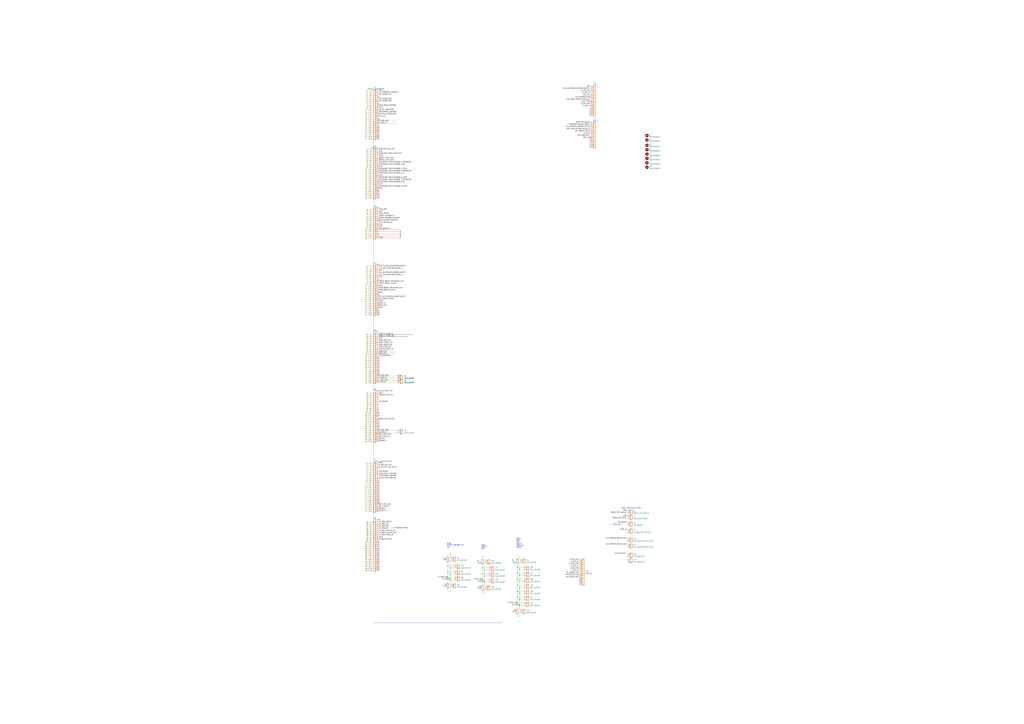
<source format=kicad_sch>
(kicad_sch (version 20230121) (generator eeschema)
  (paper "A0")
  (lib_symbols
    (symbol "Connector_Generic:Conn_01x02" (pin_names (offset 1.016) hide)
      (property "Reference" "J" (at 0 2.54 0))
      (property "Value" "Conn_01x02" (at 0 -5.08 0))
      (symbol "Conn_01x02_1_1"
        (rectangle (start -1.27 -2.413) (end 0 -2.667) (stroke (width 0.1524)))
        (rectangle (start -1.27 0.127) (end 0 -0.127) (stroke (width 0.1524)))
        (rectangle (start -1.27 1.27) (end 1.27 -3.81) (stroke (width 0.254)) (fill (type background)))
        (pin passive line (at -5.08 0 0) (length 3.81) (name "Pin_1") (number "1"))
        (pin passive line (at -5.08 -2.54 0) (length 3.81) (name "Pin_2") (number "2"))
      )
    )
    (symbol "Connector_Generic:Conn_01x12" (pin_names (offset 1.016) hide)
      (property "Reference" "J" (at 0 15.24 0))
      (property "Value" "Conn_01x12" (at 0 -17.78 0))
      (symbol "Conn_01x12_1_1"
        (rectangle (start -1.27 -15.113) (end 0 -15.367) (stroke (width 0.1524)))
        (rectangle (start -1.27 -12.573) (end 0 -12.827) (stroke (width 0.1524)))
        (rectangle (start -1.27 -10.033) (end 0 -10.287) (stroke (width 0.1524)))
        (rectangle (start -1.27 -7.493) (end 0 -7.747) (stroke (width 0.1524)))
        (rectangle (start -1.27 -4.953) (end 0 -5.207) (stroke (width 0.1524)))
        (rectangle (start -1.27 -2.413) (end 0 -2.667) (stroke (width 0.1524)))
        (rectangle (start -1.27 0.127) (end 0 -0.127) (stroke (width 0.1524)))
        (rectangle (start -1.27 2.667) (end 0 2.413) (stroke (width 0.1524)))
        (rectangle (start -1.27 5.207) (end 0 4.953) (stroke (width 0.1524)))
        (rectangle (start -1.27 7.747) (end 0 7.493) (stroke (width 0.1524)))
        (rectangle (start -1.27 10.287) (end 0 10.033) (stroke (width 0.1524)))
        (rectangle (start -1.27 12.827) (end 0 12.573) (stroke (width 0.1524)))
        (rectangle (start -1.27 13.97) (end 1.27 -16.51) (stroke (width 0.254)) (fill (type background)))
        (pin passive line (at -5.08 12.7 0) (length 3.81) (name "Pin_1") (number "1"))
        (pin passive line (at -5.08 -10.16 0) (length 3.81) (name "Pin_10") (number "10"))
        (pin passive line (at -5.08 -12.7 0) (length 3.81) (name "Pin_11") (number "11"))
        (pin passive line (at -5.08 -15.24 0) (length 3.81) (name "Pin_12") (number "12"))
        (pin passive line (at -5.08 10.16 0) (length 3.81) (name "Pin_2") (number "2"))
        (pin passive line (at -5.08 7.62 0) (length 3.81) (name "Pin_3") (number "3"))
        (pin passive line (at -5.08 5.08 0) (length 3.81) (name "Pin_4") (number "4"))
        (pin passive line (at -5.08 2.54 0) (length 3.81) (name "Pin_5") (number "5"))
        (pin passive line (at -5.08 0 0) (length 3.81) (name "Pin_6") (number "6"))
        (pin passive line (at -5.08 -2.54 0) (length 3.81) (name "Pin_7") (number "7"))
        (pin passive line (at -5.08 -5.08 0) (length 3.81) (name "Pin_8") (number "8"))
        (pin passive line (at -5.08 -7.62 0) (length 3.81) (name "Pin_9") (number "9"))
      )
    )
    (symbol "Connector_Generic:Conn_01x14" (pin_names (offset 1.016) hide)
      (property "Reference" "J" (at 0 17.78 0))
      (property "Value" "Conn_01x14" (at 0 -20.32 0))
      (symbol "Conn_01x14_1_1"
        (rectangle (start -1.27 -17.653) (end 0 -17.907) (stroke (width 0.1524)))
        (rectangle (start -1.27 -15.113) (end 0 -15.367) (stroke (width 0.1524)))
        (rectangle (start -1.27 -12.573) (end 0 -12.827) (stroke (width 0.1524)))
        (rectangle (start -1.27 -10.033) (end 0 -10.287) (stroke (width 0.1524)))
        (rectangle (start -1.27 -7.493) (end 0 -7.747) (stroke (width 0.1524)))
        (rectangle (start -1.27 -4.953) (end 0 -5.207) (stroke (width 0.1524)))
        (rectangle (start -1.27 -2.413) (end 0 -2.667) (stroke (width 0.1524)))
        (rectangle (start -1.27 0.127) (end 0 -0.127) (stroke (width 0.1524)))
        (rectangle (start -1.27 2.667) (end 0 2.413) (stroke (width 0.1524)))
        (rectangle (start -1.27 5.207) (end 0 4.953) (stroke (width 0.1524)))
        (rectangle (start -1.27 7.747) (end 0 7.493) (stroke (width 0.1524)))
        (rectangle (start -1.27 10.287) (end 0 10.033) (stroke (width 0.1524)))
        (rectangle (start -1.27 12.827) (end 0 12.573) (stroke (width 0.1524)))
        (rectangle (start -1.27 15.367) (end 0 15.113) (stroke (width 0.1524)))
        (rectangle (start -1.27 16.51) (end 1.27 -19.05) (stroke (width 0.254)) (fill (type background)))
        (pin passive line (at -5.08 15.24 0) (length 3.81) (name "Pin_1") (number "1"))
        (pin passive line (at -5.08 -7.62 0) (length 3.81) (name "Pin_10") (number "10"))
        (pin passive line (at -5.08 -10.16 0) (length 3.81) (name "Pin_11") (number "11"))
        (pin passive line (at -5.08 -12.7 0) (length 3.81) (name "Pin_12") (number "12"))
        (pin passive line (at -5.08 -15.24 0) (length 3.81) (name "Pin_13") (number "13"))
        (pin passive line (at -5.08 -17.78 0) (length 3.81) (name "Pin_14") (number "14"))
        (pin passive line (at -5.08 12.7 0) (length 3.81) (name "Pin_2") (number "2"))
        (pin passive line (at -5.08 10.16 0) (length 3.81) (name "Pin_3") (number "3"))
        (pin passive line (at -5.08 7.62 0) (length 3.81) (name "Pin_4") (number "4"))
        (pin passive line (at -5.08 5.08 0) (length 3.81) (name "Pin_5") (number "5"))
        (pin passive line (at -5.08 2.54 0) (length 3.81) (name "Pin_6") (number "6"))
        (pin passive line (at -5.08 0 0) (length 3.81) (name "Pin_7") (number "7"))
        (pin passive line (at -5.08 -2.54 0) (length 3.81) (name "Pin_8") (number "8"))
        (pin passive line (at -5.08 -5.08 0) (length 3.81) (name "Pin_9") (number "9"))
      )
    )
    (symbol "Connector_Generic:Conn_01x23" (pin_names (offset 1.016) hide)
      (property "Reference" "J" (at 0 30.48 0))
      (property "Value" "Conn_01x23" (at 0 -30.48 0))
      (symbol "Conn_01x23_1_1"
        (rectangle (start -1.27 -27.813) (end 0 -28.067) (stroke (width 0.1524)))
        (rectangle (start -1.27 -25.273) (end 0 -25.527) (stroke (width 0.1524)))
        (rectangle (start -1.27 -22.733) (end 0 -22.987) (stroke (width 0.1524)))
        (rectangle (start -1.27 -20.193) (end 0 -20.447) (stroke (width 0.1524)))
        (rectangle (start -1.27 -17.653) (end 0 -17.907) (stroke (width 0.1524)))
        (rectangle (start -1.27 -15.113) (end 0 -15.367) (stroke (width 0.1524)))
        (rectangle (start -1.27 -12.573) (end 0 -12.827) (stroke (width 0.1524)))
        (rectangle (start -1.27 -10.033) (end 0 -10.287) (stroke (width 0.1524)))
        (rectangle (start -1.27 -7.493) (end 0 -7.747) (stroke (width 0.1524)))
        (rectangle (start -1.27 -4.953) (end 0 -5.207) (stroke (width 0.1524)))
        (rectangle (start -1.27 -2.413) (end 0 -2.667) (stroke (width 0.1524)))
        (rectangle (start -1.27 0.127) (end 0 -0.127) (stroke (width 0.1524)))
        (rectangle (start -1.27 2.667) (end 0 2.413) (stroke (width 0.1524)))
        (rectangle (start -1.27 5.207) (end 0 4.953) (stroke (width 0.1524)))
        (rectangle (start -1.27 7.747) (end 0 7.493) (stroke (width 0.1524)))
        (rectangle (start -1.27 10.287) (end 0 10.033) (stroke (width 0.1524)))
        (rectangle (start -1.27 12.827) (end 0 12.573) (stroke (width 0.1524)))
        (rectangle (start -1.27 15.367) (end 0 15.113) (stroke (width 0.1524)))
        (rectangle (start -1.27 17.907) (end 0 17.653) (stroke (width 0.1524)))
        (rectangle (start -1.27 20.447) (end 0 20.193) (stroke (width 0.1524)))
        (rectangle (start -1.27 22.987) (end 0 22.733) (stroke (width 0.1524)))
        (rectangle (start -1.27 25.527) (end 0 25.273) (stroke (width 0.1524)))
        (rectangle (start -1.27 28.067) (end 0 27.813) (stroke (width 0.1524)))
        (rectangle (start -1.27 29.21) (end 1.27 -29.21) (stroke (width 0.254)) (fill (type background)))
        (pin passive line (at -5.08 27.94 0) (length 3.81) (name "Pin_1") (number "1"))
        (pin passive line (at -5.08 5.08 0) (length 3.81) (name "Pin_10") (number "10"))
        (pin passive line (at -5.08 2.54 0) (length 3.81) (name "Pin_11") (number "11"))
        (pin passive line (at -5.08 0 0) (length 3.81) (name "Pin_12") (number "12"))
        (pin passive line (at -5.08 -2.54 0) (length 3.81) (name "Pin_13") (number "13"))
        (pin passive line (at -5.08 -5.08 0) (length 3.81) (name "Pin_14") (number "14"))
        (pin passive line (at -5.08 -7.62 0) (length 3.81) (name "Pin_15") (number "15"))
        (pin passive line (at -5.08 -10.16 0) (length 3.81) (name "Pin_16") (number "16"))
        (pin passive line (at -5.08 -12.7 0) (length 3.81) (name "Pin_17") (number "17"))
        (pin passive line (at -5.08 -15.24 0) (length 3.81) (name "Pin_18") (number "18"))
        (pin passive line (at -5.08 -17.78 0) (length 3.81) (name "Pin_19") (number "19"))
        (pin passive line (at -5.08 25.4 0) (length 3.81) (name "Pin_2") (number "2"))
        (pin passive line (at -5.08 -20.32 0) (length 3.81) (name "Pin_20") (number "20"))
        (pin passive line (at -5.08 -22.86 0) (length 3.81) (name "Pin_21") (number "21"))
        (pin passive line (at -5.08 -25.4 0) (length 3.81) (name "Pin_22") (number "22"))
        (pin passive line (at -5.08 -27.94 0) (length 3.81) (name "Pin_23") (number "23"))
        (pin passive line (at -5.08 22.86 0) (length 3.81) (name "Pin_3") (number "3"))
        (pin passive line (at -5.08 20.32 0) (length 3.81) (name "Pin_4") (number "4"))
        (pin passive line (at -5.08 17.78 0) (length 3.81) (name "Pin_5") (number "5"))
        (pin passive line (at -5.08 15.24 0) (length 3.81) (name "Pin_6") (number "6"))
        (pin passive line (at -5.08 12.7 0) (length 3.81) (name "Pin_7") (number "7"))
        (pin passive line (at -5.08 10.16 0) (length 3.81) (name "Pin_8") (number "8"))
        (pin passive line (at -5.08 7.62 0) (length 3.81) (name "Pin_9") (number "9"))
      )
    )
    (symbol "Device:R" (pin_numbers hide) (pin_names (offset 0))
      (property "Reference" "R" (at 2.032 0 90))
      (property "Value" "R" (at 0 0 90))
      (symbol "R_0_1"
        (rectangle (start -1.016 -2.54) (end 1.016 2.54) (stroke (width 0.254)))
      )
      (symbol "R_1_1"
        (pin passive line (at 0 3.81 270) (length 1.27) (name "~") (number "1"))
        (pin passive line (at 0 -3.81 90) (length 1.27) (name "~") (number "2"))
      )
    )
    (symbol "Mechanical:MountingHole" (pin_names (offset 1.016))
      (property "Reference" "H" (at 0 5.08 0))
      (property "Value" "MountingHole" (at 0 3.175 0))
      (symbol "MountingHole_0_1"
        (circle (center 0 0) (radius 1.27) (stroke (width 1.27)))
      )
    )
  )
  (junction (at 522.605 659.765))
  (junction (at 603.25 689.61))
  (junction (at 522.605 673.735))
  (junction (at 603.25 661.67))
  (junction (at 560.07 666.75))
  (junction (at 520.065 671.195))
  (junction (at 464.82 269.24))
  (junction (at 600.71 694.055))
  (junction (at 603.25 696.595))
  (junction (at 560.07 673.735))
  (junction (at 603.25 703.58))
  (junction (at 600.71 673.1))
  (junction (at 562.61 662.305))
  (junction (at 603.25 675.64))
  (junction (at 603.25 682.625))
  (junction (at 560.07 659.765))
  (junction (at 600.71 701.04))
  (junction (at 600.71 680.085))
  (junction (at 464.82 271.78))
  (junction (at 603.25 668.655))
  (junction (at 600.71 666.115))
  (junction (at 464.82 274.32))
  (junction (at 520.065 664.21))
  (junction (at 562.61 676.275))
  (junction (at 600.71 687.07))
  (junction (at 520.065 657.225))
  (junction (at 562.61 669.29))
  (junction (at 600.71 659.13))
  (junction (at 522.605 666.75))
  (no_connect (at 440.055 120.65))
  (no_connect (at 440.055 156.21))
  (no_connect (at 440.055 581.66))
  (no_connect (at 440.055 146.05))
  (no_connect (at 440.055 629.92))
  (no_connect (at 440.055 574.04))
  (no_connect (at 440.055 419.1))
  (no_connect (at 440.055 365.76))
  (no_connect (at 440.055 424.18))
  (no_connect (at 685.165 131.445))
  (no_connect (at 440.055 637.54))
  (no_connect (at 440.055 632.46))
  (no_connect (at 440.055 642.62))
  (no_connect (at 440.055 563.88))
  (no_connect (at 440.055 342.9))
  (no_connect (at 440.055 492.76))
  (no_connect (at 440.055 497.84))
  (no_connect (at 440.055 571.5))
  (no_connect (at 440.055 360.68))
  (no_connect (at 685.165 165.735))
  (no_connect (at 440.055 138.43))
  (no_connect (at 440.055 363.22))
  (no_connect (at 440.055 325.12))
  (no_connect (at 440.055 576.58))
  (no_connect (at 440.055 161.29))
  (no_connect (at 440.055 660.4))
  (no_connect (at 440.055 490.22))
  (no_connect (at 440.055 579.12))
  (no_connect (at 440.055 482.6))
  (no_connect (at 440.055 584.2))
  (no_connect (at 440.055 635))
  (no_connect (at 685.165 168.275))
  (no_connect (at 440.055 227.33))
  (no_connect (at 440.055 151.13))
  (no_connect (at 440.055 495.3))
  (no_connect (at 440.055 113.03))
  (no_connect (at 440.055 256.54))
  (no_connect (at 440.055 421.64))
  (no_connect (at 440.055 568.96))
  (no_connect (at 685.165 170.815))
  (no_connect (at 440.055 222.25))
  (no_connect (at 440.055 558.8))
  (no_connect (at 685.165 160.655))
  (no_connect (at 440.055 434.34))
  (no_connect (at 440.055 561.34))
  (no_connect (at 440.055 158.75))
  (no_connect (at 440.055 662.94))
  (no_connect (at 685.165 133.985))
  (no_connect (at 440.055 429.26))
  (no_connect (at 440.055 652.78))
  (no_connect (at 440.055 148.59))
  (no_connect (at 440.055 224.79))
  (no_connect (at 440.055 431.8))
  (no_connect (at 685.165 128.905))
  (no_connect (at 440.055 640.08))
  (no_connect (at 440.055 426.72))
  (no_connect (at 685.165 126.365))
  (no_connect (at 440.055 645.16))
  (no_connect (at 440.055 647.7))
  (no_connect (at 685.165 163.195))
  (no_connect (at 440.055 650.24))
  (no_connect (at 440.055 657.86))
  (no_connect (at 440.055 480.06))
  (no_connect (at 440.055 416.56))
  (no_connect (at 440.055 566.42))
  (no_connect (at 440.055 229.87))
  (no_connect (at 440.055 655.32))
  (no_connect (at 440.055 153.67))
  (wire (pts (xy 560.07 646.43) (xy 560.07 648.97)))
  (wire (pts (xy 600.71 694.055) (xy 607.695 694.055)))
  (wire (pts (xy 600.71 659.13) (xy 607.695 659.13)))
  (wire (pts (xy 479.425 388.62) (xy 440.055 388.62)) (stroke (width 0.2) (color 0 0 0 1)))
  (wire (pts (xy 603.25 696.595) (xy 607.695 696.595)))
  (wire (pts (xy 522.605 666.75) (xy 522.605 673.735)))
  (wire (pts (xy 522.605 681.99) (xy 522.605 687.07)))
  (wire (pts (xy 603.25 661.67) (xy 607.695 661.67)))
  (wire (pts (xy 562.61 669.29) (xy 567.055 669.29)))
  (wire (pts (xy 560.07 673.735) (xy 567.055 673.735)))
  (wire (pts (xy 560.07 659.765) (xy 567.055 659.765)))
  (wire (pts (xy 520.065 671.195) (xy 527.05 671.195)))
  (wire (pts (xy 522.605 659.765) (xy 527.05 659.765)))
  (wire (pts (xy 562.61 676.275) (xy 567.055 676.275)))
  (wire (pts (xy 562.61 662.305) (xy 567.055 662.305)))
  (wire (pts (xy 562.61 646.43) (xy 562.61 651.51)))
  (wire (pts (xy 520.065 664.21) (xy 527.05 664.21)))
  (wire (pts (xy 603.25 682.625) (xy 607.695 682.625)))
  (wire (pts (xy 440.055 391.16) (xy 474.345 391.16)) (stroke (width 0.2) (color 0 0 0 1)))
  (wire (pts (xy 600.71 666.115) (xy 607.695 666.115)))
  (wire (pts (xy 600.71 673.1) (xy 600.71 666.115)))
  (wire (pts (xy 440.055 502.92) (xy 461.01 502.92)))
  (wire (pts (xy 607.695 680.085) (xy 600.71 680.085)))
  (wire (pts (xy 520.065 684.53) (xy 520.065 687.07)))
  (wire (pts (xy 603.25 675.64) (xy 603.25 682.625)))
  (wire (pts (xy 440.055 439.42) (xy 461.01 439.42)))
  (wire (pts (xy 520.065 643.89) (xy 520.065 646.43)))
  (wire (pts (xy 464.82 274.32) (xy 464.82 276.86)) (stroke (width 0) (color 194 0 0 1)))
  (wire (pts (xy 464.82 274.32) (xy 464.82 271.78)) (stroke (width 0) (color 194 0 0 1)))
  (wire (pts (xy 603.25 653.415) (xy 603.25 661.67)))
  (wire (pts (xy 603.25 689.61) (xy 607.695 689.61)))
  (wire (pts (xy 603.25 716.915) (xy 600.71 716.915)))
  (wire (pts (xy 520.065 687.07) (xy 522.605 687.07)))
  (wire (pts (xy 520.065 664.21) (xy 520.065 657.225)))
  (wire (pts (xy 600.71 694.055) (xy 600.71 687.07)))
  (wire (pts (xy 600.71 680.085) (xy 600.71 673.1)))
  (wire (pts (xy 522.605 650.875) (xy 522.605 659.765)))
  (wire (pts (xy 522.605 666.75) (xy 527.05 666.75)))
  (wire (pts (xy 440.055 500.38) (xy 461.01 500.38)))
  (wire (pts (xy 520.065 671.195) (xy 520.065 676.91)))
  (wire (pts (xy 440.055 271.78) (xy 464.82 271.78)) (stroke (width 0) (color 194 0 0 1)))
  (wire (pts (xy 522.605 643.89) (xy 522.605 648.335)))
  (wire (pts (xy 560.07 646.43) (xy 562.61 646.43)))
  (wire (pts (xy 520.065 657.225) (xy 527.05 657.225)))
  (wire (pts (xy 607.695 701.04) (xy 600.71 701.04)))
  (wire (pts (xy 562.61 654.05) (xy 562.61 662.305)))
  (wire (pts (xy 522.605 673.735) (xy 522.605 679.45)))
  (wire (pts (xy 603.25 703.58) (xy 607.695 703.58)))
  (wire (pts (xy 600.71 701.04) (xy 600.71 706.755)))
  (wire (pts (xy 562.61 669.29) (xy 562.61 676.275)))
  (wire (pts (xy 522.605 659.765) (xy 522.605 666.75)))
  (wire (pts (xy 600.71 655.955) (xy 600.71 659.13)))
  (wire (pts (xy 560.07 673.735) (xy 560.07 666.75)))
  (wire (pts (xy 456.565 411.48) (xy 456.565 408.94)) (stroke (width 0) (color 194 0 0 1)))
  (polyline (pts (xy 433.197 723.519) (xy 583.692 723.519)))
  (wire (pts (xy 520.065 654.05) (xy 520.065 657.225)))
  (polyline (pts (xy 433.705 140.335) (xy 433.705 636.905)))
  (wire (pts (xy 600.71 673.1) (xy 607.695 673.1)))
  (wire (pts (xy 603.25 645.795) (xy 603.25 650.875)))
  (wire (pts (xy 440.055 266.7) (xy 464.82 266.7)) (stroke (width 0) (color 194 0 0 1)))
  (wire (pts (xy 440.055 411.48) (xy 456.565 411.48)) (stroke (width 0) (color 194 0 0 1)))
  (wire (pts (xy 560.07 666.75) (xy 560.07 659.765)))
  (wire (pts (xy 600.71 687.07) (xy 607.695 687.07)))
  (wire (pts (xy 440.055 274.32) (xy 464.82 274.32)) (stroke (width 0) (color 194 0 0 1)))
  (wire (pts (xy 603.25 711.835) (xy 603.25 716.915)))
  (wire (pts (xy 600.71 645.795) (xy 603.25 645.795)))
  (wire (pts (xy 464.82 276.86) (xy 440.055 276.86)) (stroke (width 0) (color 194 0 0 1)))
  (wire (pts (xy 600.71 645.795) (xy 600.71 648.335)))
  (wire (pts (xy 520.065 643.89) (xy 522.605 643.89)))
  (wire (pts (xy 603.25 668.655) (xy 603.25 675.64)))
  (wire (pts (xy 440.055 408.94) (xy 456.565 408.94)) (stroke (width 0) (color 194 0 0 1)))
  (wire (pts (xy 562.61 662.305) (xy 562.61 669.29)))
  (wire (pts (xy 603.25 689.61) (xy 603.25 696.595)))
  (wire (pts (xy 464.82 271.78) (xy 464.82 269.24)) (stroke (width 0) (color 194 0 0 1)))
  (wire (pts (xy 440.055 444.5) (xy 461.01 444.5)))
  (wire (pts (xy 600.71 666.115) (xy 600.71 659.13)))
  (wire (pts (xy 603.25 696.595) (xy 603.25 703.58)))
  (wire (pts (xy 440.055 143.51) (xy 461.01 143.51)))
  (wire (pts (xy 440.055 441.96) (xy 461.01 441.96)))
  (wire (pts (xy 560.07 687.07) (xy 560.07 689.61)))
  (wire (pts (xy 560.07 673.735) (xy 560.07 679.45)))
  (wire (pts (xy 603.25 675.64) (xy 607.695 675.64)))
  (wire (pts (xy 603.25 668.655) (xy 607.695 668.655)))
  (wire (pts (xy 560.07 666.75) (xy 567.055 666.75)))
  (wire (pts (xy 600.71 714.375) (xy 600.71 716.915)))
  (wire (pts (xy 600.71 701.04) (xy 600.71 694.055)))
  (wire (pts (xy 600.71 687.07) (xy 600.71 680.085)))
  (wire (pts (xy 560.07 656.59) (xy 560.07 659.765)))
  (wire (pts (xy 603.25 661.67) (xy 603.25 668.655)))
  (wire (pts (xy 520.065 671.195) (xy 520.065 664.21)))
  (wire (pts (xy 603.25 682.625) (xy 603.25 689.61)))
  (wire (pts (xy 562.61 684.53) (xy 562.61 689.61)))
  (wire (pts (xy 560.07 689.61) (xy 562.61 689.61)))
  (wire (pts (xy 440.055 269.24) (xy 464.82 269.24)) (stroke (width 0) (color 194 0 0 1)))
  (wire (pts (xy 464.82 269.24) (xy 464.82 266.7)) (stroke (width 0) (color 194 0 0 1)))
  (wire (pts (xy 440.055 140.97) (xy 461.01 140.97)))
  (wire (pts (xy 603.25 703.58) (xy 603.25 709.295)))
  (wire (pts (xy 440.055 436.88) (xy 461.01 436.88)))
  (wire (pts (xy 522.605 673.735) (xy 527.05 673.735)))
  (wire (pts (xy 562.61 676.275) (xy 562.61 681.99)))
  (text "RIGHT SHOULDER PANEL" (at 721.36 591.185 0) (effects (font (size 1.27 1.27)) (justify left bottom)))
  (text "DCAN\nBMS\nECU\nSAFETY\nCOOLING\nMOTEC" (at 599.44 636.905 0) (effects (font (size 1.27 1.27)) (justify left bottom)))
  (text "<- Discharge Relay" (at 454.025 614.045 0) (effects (font (size 1.27 1.27)) (justify left bottom)))
  (text "<- TSMS Out" (at 707.39 610.235 0) (effects (font (size 1.27 1.27)) (justify left bottom)))
  (text "ICAN\nMOTEC\nGPS" (at 558.8 638.175 0) (effects (font (size 1.27 1.27)) (justify left bottom)))
  (text "PCAN\nMOTOR CONTROLLER\nECU" (at 518.795 636.27 0) (effects (font (size 1.27 1.27)) (justify left bottom)))
  (label "GND" (at 440.055 358.14 0))
  (label "REMOTE+" (at 440.055 594.36 0))
  (label "P_CAN_HI" (at 685.165 123.825 180))
  (label "GND" (at 440.055 624.84 0))
  (label "BSPD_TEST_SWITCH" (at 727.71 596.265 180))
  (label "D_CAN_HI" (at 671.83 658.495 180))
  (label "DASH_AMS_LED" (at 440.055 403.86 0))
  (label "RTS_SPEAKER-" (at 440.055 414.02 0))
  (label "GND" (at 440.055 125.73 0))
  (label "FRONT_BRAKE_SIGNAL" (at 440.055 330.2 0))
  (label "BOTS_OUT" (at 440.055 355.6 0))
  (label "I_CAN_HI" (at 671.83 663.575 180))
  (label "HV_BOX_RED" (at 440.055 612.14 0))
  (label "PRESSURE{slash}TEMP_SENSOR_1_PRESSURE" (at 440.055 189.23 0))
  (label "AIR_POWER" (at 440.055 467.36 0))
  (label "ECU_24V" (at 685.165 111.125 180))
  (label "RADIATOR_WATER_PUMP_24V" (at 440.055 179.07 0))
  (label "SLAVE_ACC_PDOC_OK" (at 440.055 556.26 0))
  (label "24V_BATTERY+" (at 440.055 266.7 0))
  (label "D_CAN_LOW" (at 685.165 106.045 180))
  (label "GND" (at 440.055 261.62 0))
  (label "GND" (at 440.055 181.61 0))
  (label "GND" (at 440.055 332.74 0))
  (label "PRESSURE{slash}TEMP_SENSOR_2_5V" (at 440.055 201.93 0))
  (label "MAIN_RELAY_CONTROL" (at 440.055 123.19 0))
  (label "MC_RS232_GND" (at 671.83 668.655 180))
  (label "D_CAN_LOW" (at 440.055 500.38 0))
  (label "TSAL_RED" (at 440.055 243.84 0))
  (label "D_CAN_HI" (at 685.165 108.585 180))
  (label "24V_BATTERY+" (at 727.71 643.89 180))
  (label "RADIATOR_FAN_24V" (at 440.055 173.99 0))
  (label "I_CAN_LOW" (at 440.055 441.96 0))
  (label "ECU_5V_POWER_SENSOR_SUPPLY" (at 440.055 317.5 0))
  (label "P_CAN_LOW" (at 440.055 140.97 0))
  (label "DASH_24V" (at 440.055 411.48 0))
  (label "I_CAN_HI" (at 440.055 444.5 0))
  (label "DASH_IMD_LED" (at 440.055 396.24 0))
  (label "ECU_5V_POWER_SENSOR_SUPPLY" (at 440.055 309.88 0))
  (label "MC_12V" (at 440.055 135.89 0))
  (label "ECU_5V_POWER_SENSOR_SUPPLY" (at 440.055 345.44 0))
  (label "DASH_E-STOP_OUT" (at 440.055 391.16 0))
  (label "I_CAN_LOW" (at 560.07 673.735 180))
  (label "BOTS_IN" (at 440.055 353.06 0))
  (label "GND" (at 440.055 276.86 0))
  (label "GLV_MASTER_SWITCH_OUT" (at 727.71 626.11 180))
  (label "BSPD_TEST_SWITCH" (at 440.055 487.68 0))
  (label "D_CAN_LOW" (at 440.055 436.88 0))
  (label "REMOTE-" (at 440.055 591.82 0))
  (label "GND" (at 727.71 593.725 180))
  (label "BRAKE_LIGHT_GND" (at 440.055 186.69 0))
  (label "MASTER_ACC_24V" (at 440.055 459.74 0))
  (label "SHOULDER_RESET" (at 727.71 602.615 180))
  (label "P_CAN_HI" (at 671.83 653.415 180))
  (label "I_CAN_HI" (at 562.61 676.275 180))
  (label "HV_BOX_HVD_INT_IN" (at 440.055 617.22 0))
  (label "MC_OK_INDICATOR" (at 440.055 128.27 0))
  (label "REMOTE-" (at 440.055 510.54 0))
  (label "PRESSURE{slash}TEMP_SENSOR_1_5V" (at 440.055 191.77 0))
  (label "PRESSURE{slash}TEMP_SENSOR_3_5V" (at 440.055 212.09 0))
  (label "PUMP_ON_SIGNAL" (at 685.165 142.875 180))
  (label "ECU_ACCELERATOR_SIGNAL_1" (at 440.055 312.42 0))
  (label "HV_BOX_PDOC_OK" (at 440.055 622.3 0))
  (label "P_CAN_LOW" (at 671.83 650.875 180))
  (label "LEFT_ESTOP_OUT" (at 440.055 259.08 0))
  (label "GND" (at 440.055 176.53 0))
  (label "ECU_FEPS" (at 685.165 118.745 180))
  (label "BATT_CAN_HI" (at 440.055 508 0))
  (label "PRESSURE{slash}TEMP_SENSOR_3_PRESSURE" (at 440.055 209.55 0))
  (label "D_CAN_HI" (at 440.055 502.92 0))
  (label "PRECHARGE_CONTROL" (at 440.055 553.72 0))
  (label "DASH_24V" (at 440.055 408.94 0))
  (label "PRESSURE{slash}TEMP_SENSOR_1_TEMP" (at 440.055 196.85 0))
  (label "GND" (at 727.71 600.075 180))
  (label "GND" (at 440.055 264.16 0))
  (label "DRIVER_RESET_IN" (at 440.055 406.4 0))
  (label "DASH_BSPD_LED" (at 440.055 401.32 0))
  (label "AIR_POWER" (at 727.71 607.695 180))
  (label "MC_FAULT_INDICATOR" (at 440.055 133.35 0))
  (label "GND" (at 440.055 214.63 0))
  (label "ECU_MOTOR_CONTROLLER_ON" (at 685.165 147.955 180))
  (label "ECU_BRAKE_INPUT" (at 685.165 153.035 180))
  (label "PRESSURE{slash}TEMP_SENSOR_2_PRESSURE" (at 440.055 199.39 0))
  (label "MC_RS232_RXD" (at 440.055 118.11 0))
  (label "GND" (at 440.055 538.48 0))
  (label "MC_RS232_TXD" (at 440.055 110.49 0))
  (label "HV_BOX_IMD_OK" (at 440.055 627.38 0))
  (label "MC_RS232_RXD" (at 671.83 671.195 180))
  (label "PRESSURE{slash}TEMP_SENSOR_2_TEMP" (at 440.055 207.01 0))
  (label "D_CAN_LOW" (at 600.71 701.04 180))
  (label "HV_BOX_24V" (at 440.055 609.6 0))
  (label "ECU_ACCELERATOR_SIGNAL_2" (at 440.055 320.04 0))
  (label "HV_BOX_HVD_INT_OUT" (at 440.055 619.76 0))
  (label "ECU_ACCELERATOR_SIGNAL_2" (at 685.165 150.495 180))
  (label "MC_PROGRAM_ENABLED" (at 440.055 107.95 0))
  (label "CRASH_SENSOR_MONITOR" (at 440.055 254 0))
  (label "GND" (at 440.055 194.31 0))
  (label "AIR_POWER" (at 440.055 614.68 0))
  (label "P_CAN_HI" (at 522.605 673.735 180))
  (label "REAR_BRAKE_SIGNAL" (at 440.055 337.82 0))
  (label "GND" (at 440.055 457.2 0))
  (label "TSAL_GREEN" (at 440.055 248.92 0))
  (label "RIGHT_ESTOP_MONITOR" (at 440.055 256.54 0))
  (label "ECU_OK" (at 685.165 155.575 180))
  (label "P_CAN_HI" (at 440.055 143.51 0))
  (label "GND" (at 440.055 350.52 0))
  (label "D_CAN_LOW" (at 671.83 655.955 180))
  (label "GND" (at 440.055 314.96 0))
  (label "D_CAN_HI" (at 440.055 439.42 0))
  (label "BRAKE_LIGHT_12V" (at 440.055 184.15 0))
  (label "RTS_SPEAKER-" (at 685.165 158.115 180))
  (label "ECU_SENSOR_GND" (at 685.165 113.665 180))
  (label "GND" (at 440.055 340.36 0))
  (label "ECU_BRAKE_INPUT" (at 440.055 347.98 0))
  (label "MC_RS232_GND" (at 440.055 115.57 0))
  (label "HV_BOX_GREEN" (at 440.055 607.06 0))
  (label "AIR_POWER" (at 440.055 548.64 0))
  (label "GND" (at 440.055 393.7 0))
  (label "P_CAN_LOW" (at 520.065 671.195 180))
  (label "GND" (at 440.055 204.47 0))
  (label "P_CAN_LOW" (at 685.165 121.285 180))
  (label "GND" (at 440.055 322.58 0))
  (label "GND" (at 440.055 219.71 0))
  (label "GND" (at 440.055 246.38 0))
  (label "RTD_LED" (at 685.165 160.655 180))
  (label "ECU_ACCELERATOR_SIGNAL_1" (at 685.165 116.205 180))
  (label "BATT_CAN_HI" (at 440.055 589.28 0))
  (label "MC_RS232_TXD" (at 671.83 666.115 180))
  (label "PRECHARGE_CONTROL" (at 440.055 130.81 0))
  (label "SLAVE_ACC_24V" (at 440.055 541.02 0))
  (label "REMOTE+" (at 440.055 513.08 0))
  (label "PRESSURE{slash}TEMP_SENSOR_3_TEMP" (at 440.055 217.17 0))
  (label "MAIN_RELAY_CONTROL" (at 440.055 551.18 0))
  (label "GLV_MASTER_SWITCH_OUT" (at 727.71 633.095 180))
  (label "GND" (at 440.055 105.41 0))
  (label "D_CAN_HI" (at 603.25 703.58 180))
  (label "DASH_E-STOP_IN" (at 440.055 388.62 0))
  (label "RADIATOR_FAN_ON_SIGNAL" (at 685.165 145.415 180))
  (label "FRONT_BRAKE_PRESSURE_12V" (at 440.055 327.66 0))
  (label "SLAVE_ACC_HV_INT_IN" (at 440.055 543.56 0))
  (label "CRASH_SENSOR_IN" (at 440.055 251.46 0))
  (label "GND" (at 685.165 100.965 180))
  (label "DASH_PDOC_LED" (at 440.055 398.78 0))
  (label "REAR_BRAKE_PRESSURE_12V" (at 440.055 335.28 0))
  (label "BATT_CAN_LOW" (at 440.055 586.74 0))
  (label "BATT_CAN_LOW" (at 440.055 505.46 0))
  (label "I_CAN_LOW" (at 671.83 661.035 180))
  (label "TSMS_IN" (at 727.71 615.95 180))
  (label "ECU_5V_POWER_SENSOR_SUPPLY" (at 685.165 103.505 180))
  (hierarchical_label "A5-6" (shape input) (at 431.8 401.32 180))
  (hierarchical_label "A5-23" (shape input) (at 431.8 444.5 180))
  (hierarchical_label "A1-21" (shape input) (at 431.8 156.21 180))
  (hierarchical_label "A1-22" (shape input) (at 431.8 158.75 180))
  (hierarchical_label "A8-10" (shape input) (at 431.8 629.92 180))
  (hierarchical_label "A7-1" (shape input) (at 431.8 538.48 180))
  (hierarchical_label "A2-15" (shape input) (at 431.8 209.55 180))
  (hierarchical_label "A7-10" (shape input) (at 431.8 561.34 180))
  (hierarchical_label "A5-21" (shape input) (at 431.8 439.42 180))
  (hierarchical_label "A2-12" (shape input) (at 431.8 201.93 180))
  (hierarchical_label "A6-16" (shape input) (at 431.8 495.3 180))
  (hierarchical_label "A6-2" (shape input) (at 431.8 459.74 180))
  (hierarchical_label "A2-5" (shape input) (at 431.8 184.15 180))
  (hierarchical_label "A3-8" (shape input) (at 431.8 261.62 180))
  (hierarchical_label "A5-14" (shape input) (at 431.8 421.64 180))
  (hierarchical_label "A7-21" (shape input) (at 431.8 589.28 180))
  (hierarchical_label "A8-14" (shape input) (at 431.8 640.08 180))
  (hierarchical_label "A6-13" (shape input) (at 431.8 487.68 180))
  (hierarchical_label "A3-5" (shape input) (at 431.8 254 180))
  (hierarchical_label "A3-2" (shape input) (at 431.8 246.38 180))
  (hierarchical_label "A8-19" (shape input) (at 431.8 652.78 180))
  (hierarchical_label "A8-13" (shape input) (at 431.8 637.54 180))
  (hierarchical_label "A4-18" (shape input) (at 431.8 353.06 180))
  (hierarchical_label "A1-15" (shape input) (at 431.8 140.97 180))
  (hierarchical_label "A8-20" (shape input) (at 431.8 655.32 180))
  (hierarchical_label "A1-20" (shape input) (at 431.8 153.67 180))
  (hierarchical_label "A6-21" (shape input) (at 431.8 508 180))
  (hierarchical_label "A3-7" (shape input) (at 431.8 259.08 180))
  (hierarchical_label "A8-7" (shape input) (at 431.8 622.3 180))
  (hierarchical_label "A5-2" (shape input) (at 431.8 391.16 180))
  (hierarchical_label "A1-13" (shape input) (at 431.8 135.89 180))
  (hierarchical_label "A7-11" (shape input) (at 431.8 563.88 180))
  (hierarchical_label "A6-17" (shape input) (at 431.8 497.84 180))
  (hierarchical_label "A2-6" (shape input) (at 431.8 186.69 180))
  (hierarchical_label "A2-8" (shape input) (at 431.8 191.77 180))
  (hierarchical_label "A4-17" (shape input) (at 431.8 350.52 180))
  (hierarchical_label "A7-22" (shape input) (at 431.8 591.82 180))
  (hierarchical_label "A2-11" (shape input) (at 431.8 199.39 180))
  (hierarchical_label "A7-3" (shape input) (at 431.8 543.56 180))
  (hierarchical_label "A7-17" (shape input) (at 431.8 579.12 180))
  (hierarchical_label "A6-1" (shape input) (at 431.8 457.2 180))
  (hierarchical_label "A4-22" (shape input) (at 431.8 363.22 180))
  (hierarchical_label "A3-6" (shape input) (at 431.8 256.54 180))
  (hierarchical_label "A3-4" (shape input) (at 431.8 251.46 180))
  (hierarchical_label "A4-6" (shape input) (at 431.8 322.58 180))
  (hierarchical_label "A2-19" (shape input) (at 431.8 219.71 180))
  (hierarchical_label "A5-11" (shape input) (at 431.8 414.02 180))
  (hierarchical_label "A2-16" (shape input) (at 431.8 212.09 180))
  (hierarchical_label "A4-16" (shape input) (at 431.8 347.98 180))
  (hierarchical_label "A7-19" (shape input) (at 431.8 584.2 180))
  (hierarchical_label "A6-3" (shape input) (at 431.8 462.28 180))
  (hierarchical_label "A6-8" (shape input) (at 431.8 474.98 180))
  (hierarchical_label "A8-5" (shape input) (at 431.8 617.22 180))
  (hierarchical_label "A7-14" (shape input) (at 431.8 571.5 180))
  (hierarchical_label "A4-5" (shape input) (at 431.8 320.04 180))
  (hierarchical_label "A6-11" (shape input) (at 431.8 482.6 180))
  (hierarchical_label "A5-1" (shape input) (at 431.8 388.62 180))
  (hierarchical_label "A7-12" (shape input) (at 431.8 566.42 180))
  (hierarchical_label "A7-18" (shape input) (at 431.8 581.66 180))
  (hierarchical_label "A6-20" (shape input) (at 431.8 505.46 180))
  (hierarchical_label "A2-7" (shape input) (at 431.8 189.23 180))
  (hierarchical_label "A8-23" (shape input) (at 431.8 662.94 180))
  (hierarchical_label "A7-9" (shape input) (at 431.8 558.8 180))
  (hierarchical_label "A8-4" (shape input) (at 431.8 614.68 180))
  (hierarchical_label "A3-14" (shape input) (at 431.8 276.86 180))
  (hierarchical_label "A5-12" (shape input) (at 431.8 416.56 180))
  (hierarchical_label "A6-22" (shape input) (at 431.8 510.54 180))
  (hierarchical_label "A2-9" (shape input) (at 431.8 194.31 180))
  (hierarchical_label "A2-2" (shape input) (at 431.8 176.53 180))
  (hierarchical_label "A4-20" (shape input) (at 431.8 358.14 180))
  (hierarchical_label "A5-8" (shape input) (at 431.8 406.4 180))
  (hierarchical_label "A7-13" (shape input) (at 431.8 568.96 180))
  (hierarchical_label "A4-23" (shape input) (at 431.8 365.76 180))
  (hierarchical_label "A5-9" (shape input) (at 431.8 408.94 180))
  (hierarchical_label "A7-4" (shape input) (at 431.8 546.1 180))
  (hierarchical_label "A1-14" (shape input) (at 431.8 138.43 180))
  (hierarchical_label "A6-18" (shape input) (at 431.8 500.38 180))
  (hierarchical_label "A5-16" (shape input) (at 431.8 426.72 180))
  (hierarchical_label "A3-3" (shape input) (at 431.8 248.92 180))
  (hierarchical_label "A2-3" (shape input) (at 431.8 179.07 180))
  (hierarchical_label "A5-17" (shape input) (at 431.8 429.26 180))
  (hierarchical_label "A8-2" (shape input) (at 431.8 609.6 180))
  (hierarchical_label "A8-11" (shape input) (at 431.8 632.46 180))
  (hierarchical_label "A3-12" (shape input) (at 431.8 271.78 180))
  (hierarchical_label "A4-10" (shape input) (at 431.8 332.74 180))
  (hierarchical_label "A4-1" (shape input) (at 431.8 309.88 180))
  (hierarchical_label "A7-23" (shape input) (at 431.8 594.36 180))
  (hierarchical_label "A2-21" (shape input) (at 431.8 224.79 180))
  (hierarchical_label "A6-7" (shape input) (at 431.8 472.44 180))
  (hierarchical_label "A2-10" (shape input) (at 431.8 196.85 180))
  (hierarchical_label "A4-4" (shape input) (at 431.8 317.5 180))
  (hierarchical_label "A1-7" (shape input) (at 431.8 120.65 180))
  (hierarchical_label "A8-9" (shape input) (at 431.8 627.38 180))
  (hierarchical_label "A1-1" (shape input) (at 431.8 105.41 180))
  (hierarchical_label "A1-3" (shape input) (at 431.8 110.49 180))
  (hierarchical_label "A8-8" (shape input) (at 431.8 624.84 180))
  (hierarchical_label "A2-13" (shape input) (at 431.8 204.47 180))
  (hierarchical_label "A6-23" (shape input) (at 431.8 513.08 180))
  (hierarchical_label "A7-16" (shape input) (at 431.8 576.58 180))
  (hierarchical_label "A8-15" (shape input) (at 431.8 642.62 180))
  (hierarchical_label "A7-20" (shape input) (at 431.8 586.74 180))
  (hierarchical_label "A2-14" (shape input) (at 431.8 207.01 180))
  (hierarchical_label "A6-6" (shape input) (at 431.8 469.9 180))
  (hierarchical_label "A7-2" (shape input) (at 431.8 541.02 180))
  (hierarchical_label "A5-22" (shape input) (at 431.8 441.96 180))
  (hierarchical_label "A3-1" (shape input) (at 431.8 243.84 180))
  (hierarchical_label "A1-4" (shape input) (at 431.8 113.03 180))
  (hierarchical_label "A7-6" (shape input) (at 431.8 551.18 180))
  (hierarchical_label "A8-1" (shape input) (at 431.8 607.06 180))
  (hierarchical_label "A8-12" (shape input) (at 431.8 635 180))
  (hierarchical_label "A3-11" (shape input) (at 431.8 269.24 180))
  (hierarchical_label "A2-17" (shape input) (at 431.8 214.63 180))
  (hierarchical_label "A4-7" (shape input) (at 431.8 325.12 180))
  (hierarchical_label "A6-15" (shape input) (at 431.8 492.76 180))
  (hierarchical_label "A4-13" (shape input) (at 431.8 340.36 180))
  (hierarchical_label "A5-10" (shape input) (at 431.8 411.48 180))
  (hierarchical_label "A3-9" (shape input) (at 431.8 264.16 180))
  (hierarchical_label "A1-16" (shape input) (at 431.8 143.51 180))
  (hierarchical_label "A2-18" (shape input) (at 431.8 217.17 180))
  (hierarchical_label "A5-20" (shape input) (at 431.8 436.88 180))
  (hierarchical_label "A1-8" (shape input) (at 431.8 123.19 180))
  (hierarchical_label "A1-23" (shape input) (at 431.8 161.29 180))
  (hierarchical_label "A8-22" (shape input) (at 431.8 660.4 180))
  (hierarchical_label "A4-14" (shape input) (at 431.8 342.9 180))
  (hierarchical_label "A7-15" (shape input) (at 431.8 574.04 180))
  (hierarchical_label "A1-2" (shape input) (at 431.8 107.95 180))
  (hierarchical_label "A4-3" (shape input) (at 431.8 314.96 180))
  (hierarchical_label "A1-5" (shape input) (at 431.8 115.57 180))
  (hierarchical_label "A4-11" (shape input) (at 431.8 335.28 180))
  (hierarchical_label "A1-6" (shape input) (at 431.8 118.11 180))
  (hierarchical_label "A3-13" (shape input) (at 431.8 274.32 180))
  (hierarchical_label "A2-23" (shape input) (at 431.8 229.87 180))
  (hierarchical_label "A6-9" (shape input) (at 431.8 477.52 180))
  (hierarchical_label "A6-19" (shape input) (at 431.8 502.92 180))
  (hierarchical_label "A8-16" (shape input) (at 431.8 645.16 180))
  (hierarchical_label "A3-10" (shape input) (at 431.8 266.7 180))
  (hierarchical_label "A4-15" (shape input) (at 431.8 345.44 180))
  (hierarchical_label "A6-4" (shape input) (at 431.8 464.82 180))
  (hierarchical_label "A7-7" (shape input) (at 431.8 553.72 180))
  (hierarchical_label "A6-10" (shape input) (at 431.8 480.06 180))
  (hierarchical_label "A8-3" (shape input) (at 431.8 612.14 180))
  (hierarchical_label "A5-3" (shape input) (at 431.8 393.7 180))
  (hierarchical_label "A6-12" (shape input) (at 431.8 485.14 180))
  (hierarchical_label "A5-4" (shape input) (at 431.8 396.24 180))
  (hierarchical_label "A2-20" (shape input) (at 431.8 222.25 180))
  (hierarchical_label "A5-19" (shape input) (at 431.8 434.34 180))
  (hierarchical_label "A4-21" (shape input) (at 431.8 360.68 180))
  (hierarchical_label "A5-7" (shape input) (at 431.8 403.86 180))
  (hierarchical_label "A4-12" (shape input) (at 431.8 337.82 180))
  (hierarchical_label "A4-19" (shape input) (at 431.8 355.6 180))
  (hierarchical_label "A5-18" (shape input) (at 431.8 431.8 180))
  (hierarchical_label "A5-5" (shape input) (at 431.8 398.78 180))
  (hierarchical_label "A5-15" (shape input) (at 431.8 424.18 180))
  (hierarchical_label "A6-5" (shape input) (at 431.8 467.36 180))
  (hierarchical_label "A1-10" (shape input) (at 431.8 128.27 180))
  (hierarchical_label "A2-22" (shape input) (at 431.8 227.33 180))
  (hierarchical_label "A4-9" (shape input) (at 431.8 330.2 180))
  (hierarchical_label "A1-17" (shape input) (at 431.8 146.05 180))
  (hierarchical_label "A2-4" (shape input) (at 431.8 181.61 180))
  (hierarchical_label "A1-11" (shape input) (at 431.8 130.81 180))
  (hierarchical_label "A8-18" (shape input) (at 431.8 650.24 180))
  (hierarchical_label "A7-5" (shape input) (at 431.8 548.64 180))
  (hierarchical_label "A1-12" (shape input) (at 431.8 133.35 180))
  (hierarchical_label "A1-9" (shape input) (at 431.8 125.73 180))
  (hierarchical_label "A7-8" (shape input) (at 431.8 556.26 180))
  (hierarchical_label "A5-13" (shape input) (at 431.8 419.1 180))
  (hierarchical_label "A2-1" (shape input) (at 431.8 173.99 180))
  (hierarchical_label "A1-18" (shape input) (at 431.8 148.59 180))
  (hierarchical_label "A4-8" (shape input) (at 431.8 327.66 180))
  (hierarchical_label "A6-14" (shape input) (at 431.8 490.22 180))
  (hierarchical_label "A8-17" (shape input) (at 431.8 647.7 180))
  (hierarchical_label "A4-2" (shape input) (at 431.8 312.42 180))
  (hierarchical_label "A1-19" (shape input) (at 431.8 151.13 180))
  (hierarchical_label "A8-6" (shape input) (at 431.8 619.76 180))
  (hierarchical_label "A8-21" (shape input) (at 431.8 657.86 180))
  (symbol (lib_id "Connector_Generic:Conn_01x02") (at 608.33 709.295 0) (unit 1)
    (property "Reference" "J25" (at 610.87 709.2949 0) (effects (justify left)))
    (property "Value" "Conn_01x02" (at 610.87 711.8349 0) (effects (justify left)))
    (property "Footprint" "Connector_PinHeader_2.54mm:PinHeader_1x02_P2.54mm_Vertical" (effects hide))
  )
  (symbol (lib_id "Connector_Generic:Conn_01x02") (at 466.09 436.88 0) (unit 1)
    (property "Reference" "J1" (at 469.265 436.8799 0) (effects (justify left)))
    (property "Value" "Conn_01x02" (at 469.265 439.4199 0) (effects (justify left)))
    (property "Footprint" "Connector_Molex:Molex_Micro-Fit_3.0_43650-0221_1x02_P3.00mm_Vertical" (effects hide))
  )
  (symbol (lib_id "Connector_Generic:Conn_01x02") (at 732.79 615.95 0) (unit 1)
    (property "Reference" "J9" (at 735.33 615.9499 0) (effects (justify left)))
    (property "Value" "HV_BOX_HVD_INT_OUT" (at 735.33 618.4899 0) (effects (justify left)))
    (property "Footprint" "Connector_Molex:Molex_Micro-Fit_3.0_43650-0221_1x02_P3.00mm_Vertical" (effects hide))
  )
  (symbol (lib_id "Connector_Generic:Conn_01x02") (at 732.79 607.695 0) (unit 1)
    (property "Reference" "J8" (at 735.33 607.6949 0) (effects (justify left)))
    (property "Value" "AIR_POWER" (at 735.33 610.2349 0) (effects (justify left)))
    (property "Footprint" "Connector_Molex:Molex_Micro-Fit_3.0_43650-0221_1x02_P3.00mm_Vertical" (effects hide))
  )
  (symbol (lib_id "Mechanical:MountingHole") (at 751.205 162.56 0) (unit 1)
    (property "Reference" "H2" (at 753.745 161.2899 0) (effects (justify left)))
    (property "Value" "MountingHole" (at 753.745 163.8299 0) (effects (justify left)))
    (property "Footprint" "MountingHole:MountingHole_3.2mm_M3" (effects hide))
  )
  (symbol (lib_id "Connector_Generic:Conn_01x23") (at 434.975 416.56 0) (mirror y) (unit 1)
    (property "Reference" "A5" (at 435.61 383.54 0))
    (property "Value" "DASH" (at 436.88 385.445 0))
    (property "Footprint" "UniSA_Motorsport_Connector:AMPSEAL_3_ROW_23_PIN_VERTICAL" (effects hide))
  )
  (symbol (lib_id "Device:R") (at 520.065 650.24 0) (unit 1)
    (property "Reference" "R1" (at 515.62 648.335 0) (effects (justify left)))
    (property "Value" "120R" (at 513.715 650.24 0) (effects (justify left)))
    (property "Footprint" "Resistor_SMD:R_0805_2012Metric" (effects hide))
  )
  (symbol (lib_id "Connector_Generic:Conn_01x02") (at 732.79 593.725 0) (unit 1)
    (property "Reference" "J6" (at 735.33 593.7249 0) (effects (justify left)))
    (property "Value" "BSPD_TEST_SWITCH" (at 735.33 596.2649 0) (effects (justify left)))
    (property "Footprint" "Connector_Molex:Molex_Micro-Fit_3.0_43650-0221_1x02_P3.00mm_Vertical" (effects hide))
  )
  (symbol (lib_id "Connector_Generic:Conn_01x14") (at 434.975 259.08 0) (mirror y) (unit 1)
    (property "Reference" "A3" (at 435.61 239.395 0))
    (property "Value" "HOOP" (at 436.88 241.3 0))
    (property "Footprint" "UniSA_Motorsport_Connector:AMPSEAL_3_ROW_14_PIN_VERTICAL" (effects hide))
  )
  (symbol (lib_id "Connector_Generic:Conn_01x12") (at 690.245 155.575 0) (unit 1)
    (property "Reference" "J5" (at 689.61 137.795 0) (effects (justify left)))
    (property "Value" "ECU_B" (at 688.34 140.335 0) (effects (justify left)))
    (property "Footprint" "Connector_Molex:Molex_Micro-Fit_3.0_43045-1215_2x06_P3.00mm_Vertical" (effects hide))
  )
  (symbol (lib_id "Mechanical:MountingHole") (at 751.205 173.99 0) (unit 1)
    (property "Reference" "H4" (at 753.745 172.7199 0) (effects (justify left)))
    (property "Value" "MountingHole" (at 753.745 175.2599 0) (effects (justify left)))
    (property "Footprint" "MountingHole:MountingHole_3.2mm_M3" (effects hide))
  )
  (symbol (lib_id "Connector_Generic:Conn_01x23") (at 434.975 201.93 0) (mirror y) (unit 1)
    (property "Reference" "A2" (at 435.61 169.545 0))
    (property "Value" "Feathers" (at 434.975 171.45 0))
    (property "Footprint" "UniSA_Motorsport_Connector:AMPSEAL_3_ROW_23_PIN_VERTICAL" (effects hide))
  )
  (symbol (lib_id "Connector_Generic:Conn_01x02") (at 732.79 650.24 0) (unit 1)
    (property "Reference" "J13" (at 735.33 650.2399 0) (effects (justify left)))
    (property "Value" "24V_BATTERY+" (at 735.33 652.7799 0) (effects (justify left)))
    (property "Footprint" "Connector_Molex:Molex_Micro-Fit_3.0_43650-0221_1x02_P3.00mm_Vertical" (effects hide))
  )
  (symbol (lib_id "Device:R") (at 560.07 683.26 180) (unit 1)
    (property "Reference" "R4" (at 556.26 681.355 0) (effects (justify right)))
    (property "Value" "120R" (at 553.72 683.26 0) (effects (justify right)))
    (property "Footprint" "Resistor_SMD:R_0805_2012Metric" (effects hide))
  )
  (symbol (lib_id "Connector_Generic:Conn_01x02") (at 527.685 648.335 0) (unit 1)
    (property "Reference" "J14" (at 530.225 648.3349 0) (effects (justify left)))
    (property "Value" "Conn_01x02" (at 530.225 650.8749 0) (effects (justify left)))
    (property "Footprint" "Connector_PinHeader_2.54mm:PinHeader_1x02_P2.54mm_Vertical" (effects hide))
  )
  (symbol (lib_id "Connector_Generic:Conn_01x02") (at 732.79 600.075 0) (unit 1)
    (property "Reference" "J7" (at 735.33 600.0749 0) (effects (justify left)))
    (property "Value" "SHOULDER_RESET" (at 735.33 602.6149 0) (effects (justify left)))
    (property "Footprint" "Connector_Molex:Molex_Micro-Fit_3.0_43650-0221_1x02_P3.00mm_Vertical" (effects hide))
  )
  (symbol (lib_id "Mechanical:MountingHole") (at 751.205 157.48 0) (unit 1)
    (property "Reference" "H1" (at 753.745 156.2099 0) (effects (justify left)))
    (property "Value" "MountingHole" (at 753.745 158.7499 0) (effects (justify left)))
    (property "Footprint" "MountingHole:MountingHole_3.2mm_M3" (effects hide))
  )
  (symbol (lib_id "Connector_Generic:Conn_01x02") (at 732.79 643.89 0) (unit 1)
    (property "Reference" "J12" (at 735.33 643.8899 0) (effects (justify left)))
    (property "Value" "24V_BATTERY+" (at 735.33 646.4299 0) (effects (justify left)))
    (property "Footprint" "Connector_Molex:Molex_Micro-Fit_3.0_43650-0221_1x02_P3.00mm_Vertical" (effects hide))
  )
  (symbol (lib_id "Connector_Generic:Conn_01x02") (at 567.69 651.51 0) (unit 1)
    (property "Reference" "J19" (at 570.23 651.5099 0) (effects (justify left)))
    (property "Value" "Conn_01x02" (at 570.23 654.0499 0) (effects (justify left)))
    (property "Footprint" "Connector_PinHeader_2.54mm:PinHeader_1x02_P2.54mm_Vertical" (effects hide))
  )
  (symbol (lib_id "Connector_Generic:Conn_01x02") (at 466.09 500.38 0) (unit 1)
    (property "Reference" "J3" (at 469.265 500.3799 0) (effects (justify left)))
    (property "Value" "Conn_01x02" (at 469.265 502.9199 0) (effects (justify left)))
    (property "Footprint" "Connector_Molex:Molex_Micro-Fit_3.0_43650-0221_1x02_P3.00mm_Vertical" (effects hide))
  )
  (symbol (lib_id "Connector_Generic:Conn_01x23") (at 434.975 337.82 0) (mirror y) (unit 1)
    (property "Reference" "A4" (at 435.483 305.435 0))
    (property "Value" "PEDAL" (at 438.15 307.34 0))
    (property "Footprint" "UniSA_Motorsport_Connector:AMPSEAL_3_ROW_23_PIN_VERTICAL" (effects hide))
  )
  (symbol (lib_id "Connector_Generic:Conn_01x02") (at 572.135 673.735 0) (unit 1)
    (property "Reference" "J23" (at 574.675 673.7349 0) (effects (justify left)))
    (property "Value" "Conn_01x02" (at 574.675 676.2749 0) (effects (justify left)))
    (property "Footprint" "Connector_Molex:Molex_Micro-Fit_3.0_43650-0221_1x02_P3.00mm_Vertical" (effects hide))
  )
  (symbol (lib_id "Connector_Generic:Conn_01x02") (at 612.775 687.07 0) (unit 1)
    (property "Reference" "J30" (at 615.315 687.0699 0) (effects (justify left)))
    (property "Value" "Conn_01x02" (at 615.315 689.6099 0) (effects (justify left)))
    (property "Footprint" "Connector_Molex:Molex_Micro-Fit_3.0_43650-0221_1x02_P3.00mm_Vertical" (effects hide))
  )
  (symbol (lib_id "Connector_Generic:Conn_01x02") (at 732.79 633.095 0) (unit 1)
    (property "Reference" "J11" (at 735.33 633.0949 0) (effects (justify left)))
    (property "Value" "GLV_MASTER_SWITCH_OUT" (at 735.33 635.6349 0) (effects (justify left)))
    (property "Footprint" "Connector_Molex:Molex_Micro-Fit_3.0_43650-0221_1x02_P3.00mm_Vertical" (effects hide))
  )
  (symbol (lib_id "Connector_Generic:Conn_01x23") (at 434.975 485.14 0) (mirror y) (unit 1)
    (property "Reference" "A6" (at 435.61 452.12 0))
    (property "Value" "MASTER ACCUMULATOR" (at 445.135 454.025 0))
    (property "Footprint" "UniSA_Motorsport_Connector:AMPSEAL_3_ROW_23_PIN_VERTICAL" (effects hide))
  )
  (symbol (lib_id "Mechanical:MountingHole") (at 751.205 179.07 0) (unit 1)
    (property "Reference" "H5" (at 753.745 177.7999 0) (effects (justify left)))
    (property "Value" "MountingHole" (at 753.745 180.3399 0) (effects (justify left)))
    (property "Footprint" "MountingHole:MountingHole_3.2mm_M3" (effects hide))
  )
  (symbol (lib_id "Connector_Generic:Conn_01x02") (at 612.775 659.13 0) (unit 1)
    (property "Reference" "J26" (at 615.315 659.1299 0) (effects (justify left)))
    (property "Value" "Conn_01x02" (at 615.315 661.6699 0) (effects (justify left)))
    (property "Footprint" "Connector_Molex:Molex_Micro-Fit_3.0_43650-0221_1x02_P3.00mm_Vertical" (effects hide))
  )
  (symbol (lib_id "Connector_Generic:Conn_01x23") (at 434.975 635 0) (mirror y) (unit 1)
    (property "Reference" "A8" (at 435.61 601.98 0))
    (property "Value" "HV BOX" (at 438.15 603.885 0))
    (property "Footprint" "UniSA_Motorsport_Connector:AMPSEAL_3_ROW_23_PIN_VERTICAL" (effects hide))
  )
  (symbol (lib_id "Connector_Generic:Conn_01x02") (at 612.775 673.1 0) (unit 1)
    (property "Reference" "J28" (at 615.315 673.0999 0) (effects (justify left)))
    (property "Value" "Conn_01x02" (at 615.315 675.6399 0) (effects (justify left)))
    (property "Footprint" "Connector_Molex:Molex_Micro-Fit_3.0_43650-0221_1x02_P3.00mm_Vertical" (effects hide))
  )
  (symbol (lib_id "Mechanical:MountingHole") (at 751.205 168.91 0) (unit 1)
    (property "Reference" "H3" (at 753.745 167.6399 0) (effects (justify left)))
    (property "Value" "MountingHole" (at 753.745 170.1799 0) (effects (justify left)))
    (property "Footprint" "MountingHole:MountingHole_3.2mm_M3" (effects hide))
  )
  (symbol (lib_id "Connector_Generic:Conn_01x02") (at 612.775 666.115 0) (unit 1)
    (property "Reference" "J27" (at 615.315 666.1149 0) (effects (justify left)))
    (property "Value" "Conn_01x02" (at 615.315 668.6549 0) (effects (justify left)))
    (property "Footprint" "Connector_Molex:Molex_Micro-Fit_3.0_43650-0221_1x02_P3.00mm_Vertical" (effects hide))
  )
  (symbol (lib_id "Mechanical:MountingHole") (at 751.205 194.31 0) (unit 1)
    (property "Reference" "H8" (at 753.745 193.0399 0) (effects (justify left)))
    (property "Value" "MountingHole" (at 753.745 195.5799 0) (effects (justify left)))
    (property "Footprint" "MountingHole:MountingHole_3.2mm_M3" (effects hide))
  )
  (symbol (lib_id "Connector_Generic:Conn_01x02") (at 572.135 659.765 0) (unit 1)
    (property "Reference" "J21" (at 574.675 659.7649 0) (effects (justify left)))
    (property "Value" "Conn_01x02" (at 574.675 662.3049 0) (effects (justify left)))
    (property "Footprint" "Connector_Molex:Molex_Micro-Fit_3.0_43650-0221_1x02_P3.00mm_Vertical" (effects hide))
  )
  (symbol (lib_id "Mechanical:MountingHole") (at 751.205 189.23 0) (unit 1)
    (property "Reference" "H7" (at 753.745 187.9599 0) (effects (justify left)))
    (property "Value" "MountingHole" (at 753.745 190.4999 0) (effects (justify left)))
    (property "Footprint" "MountingHole:MountingHole_3.2mm_M3" (effects hide))
  )
  (symbol (lib_id "Mechanical:MountingHole") (at 751.205 184.15 0) (unit 1)
    (property "Reference" "H6" (at 753.745 182.8799 0) (effects (justify left)))
    (property "Value" "MountingHole" (at 753.745 185.4199 0) (effects (justify left)))
    (property "Footprint" "MountingHole:MountingHole_3.2mm_M3" (effects hide))
  )
  (symbol (lib_id "Connector_Generic:Conn_01x02") (at 608.33 650.875 0) (unit 1)
    (property "Reference" "J24" (at 610.87 650.8749 0) (effects (justify left)))
    (property "Value" "Conn_01x02" (at 610.87 653.4149 0) (effects (justify left)))
    (property "Footprint" "Connector_PinHeader_2.54mm:PinHeader_1x02_P2.54mm_Vertical" (effects hide))
  )
  (symbol (lib_id "Connector_Generic:Conn_01x02") (at 527.685 679.45 0) (unit 1)
    (property "Reference" "J15" (at 530.225 679.4499 0) (effects (justify left)))
    (property "Value" "Conn_01x02" (at 530.225 681.9899 0) (effects (justify left)))
    (property "Footprint" "Connector_PinHeader_2.54mm:PinHeader_1x02_P2.54mm_Vertical" (effects hide))
  )
  (symbol (lib_id "Connector_Generic:Conn_01x02") (at 466.09 441.96 0) (unit 1)
    (property "Reference" "J2" (at 469.265 441.9599 0) (effects (justify left)))
    (property "Value" "Conn_01x02" (at 469.265 444.4999 0) (effects (justify left)))
    (property "Footprint" "Connector_Molex:Molex_Micro-Fit_3.0_43650-0221_1x02_P3.00mm_Vertical" (effects hide))
  )
  (symbol (lib_id "Connector_Generic:Conn_01x02") (at 732.79 626.11 0) (unit 1)
    (property "Reference" "J10" (at 735.33 626.1099 0) (effects (justify left)))
    (property "Value" "GLV_MASTER_SWITCH_OUT" (at 735.33 628.6499 0) (effects (justify left)))
    (property "Footprint" "Connector_Molex:Molex_Micro-Fit_3.0_43650-0221_1x02_P3.00mm_Vertical" (effects hide))
  )
  (symbol (lib_id "Connector_Generic:Conn_01x02") (at 612.775 701.04 0) (unit 1)
    (property "Reference" "J32" (at 615.315 701.0399 0) (effects (justify left)))
    (property "Value" "Conn_01x02" (at 615.315 703.5799 0) (effects (justify left)))
    (property "Footprint" "Connector_Molex:Molex_Micro-Fit_3.0_43650-0221_1x02_P3.00mm_Vertical" (effects hide))
  )
  (symbol (lib_id "Connector_Generic:Conn_01x02") (at 532.13 664.21 0) (unit 1)
    (property "Reference" "J17" (at 534.67 664.2099 0) (effects (justify left)))
    (property "Value" "Conn_01x02" (at 534.67 666.7499 0) (effects (justify left)))
    (property "Footprint" "Connector_Molex:Molex_Micro-Fit_3.0_43650-0221_1x02_P3.00mm_Vertical" (effects hide))
  )
  (symbol (lib_id "Connector_Generic:Conn_01x23") (at 434.975 566.42 0) (mirror y) (unit 1)
    (property "Reference" "A7" (at 435.61 533.4 0))
    (property "Value" "SLAVE ACCUMULATOR" (at 444.5 535.94 0))
    (property "Footprint" "UniSA_Motorsport_Connector:AMPSEAL_3_ROW_23_PIN_VERTICAL" (effects hide))
  )
  (symbol (lib_id "Connector_Generic:Conn_01x02") (at 572.135 666.75 0) (unit 1)
    (property "Reference" "J22" (at 574.675 666.7499 0) (effects (justify left)))
    (property "Value" "Conn_01x02" (at 574.675 669.2899 0) (effects (justify left)))
    (property "Footprint" "Connector_Molex:Molex_Micro-Fit_3.0_43650-0221_1x02_P3.00mm_Vertical" (effects hide))
  )
  (symbol (lib_id "Connector_Generic:Conn_01x02") (at 532.13 671.195 0) (unit 1)
    (property "Reference" "J18" (at 534.67 671.1949 0) (effects (justify left)))
    (property "Value" "Conn_01x02" (at 534.67 673.7349 0) (effects (justify left)))
    (property "Footprint" "Connector_Molex:Molex_Micro-Fit_3.0_43650-0221_1x02_P3.00mm_Vertical" (effects hide))
  )
  (symbol (lib_id "Connector_Generic:Conn_01x12") (at 676.91 663.575 0) (unit 1)
    (property "Reference" "J33" (at 679.45 663.5749 0) (effects (justify left)))
    (property "Value" "Dataport" (at 679.45 666.1149 0) (effects (justify left)))
    (property "Footprint" "Connector_Molex:Molex_Micro-Fit_3.0_43045-1215_2x06_P3.00mm_Vertical" (effects hide))
  )
  (symbol (lib_id "Device:R") (at 600.71 710.565 180) (unit 1)
    (property "Reference" "R6" (at 596.9 708.66 0) (effects (justify right)))
    (property "Value" "120R" (at 594.36 710.565 0) (effects (justify right)))
    (property "Footprint" "Resistor_SMD:R_0805_2012Metric" (effects hide))
  )
  (symbol (lib_id "Connector_Generic:Conn_01x02") (at 612.775 694.055 0) (unit 1)
    (property "Reference" "J31" (at 615.315 694.0549 0) (effects (justify left)))
    (property "Value" "Conn_01x02" (at 615.315 696.5949 0) (effects (justify left)))
    (property "Footprint" "Connector_Molex:Molex_Micro-Fit_3.0_43650-0221_1x02_P3.00mm_Vertical" (effects hide))
  )
  (symbol (lib_id "Device:R") (at 600.71 652.145 0) (unit 1)
    (property "Reference" "R5" (at 594.36 650.875 0) (effects (justify left)))
    (property "Value" "120R" (at 594.36 653.415 0) (effects (justify left)))
    (property "Footprint" "Resistor_SMD:R_0805_2012Metric" (effects hide))
  )
  (symbol (lib_id "Connector_Generic:Conn_01x02") (at 567.69 681.99 0) (unit 1)
    (property "Reference" "J20" (at 570.23 681.9899 0) (effects (justify left)))
    (property "Value" "Conn_01x02" (at 570.23 684.5299 0) (effects (justify left)))
    (property "Footprint" "Connector_PinHeader_2.54mm:PinHeader_1x02_P2.54mm_Vertical" (effects hide))
  )
  (symbol (lib_id "Device:R") (at 560.07 652.78 0) (unit 1)
    (property "Reference" "R3" (at 553.72 651.51 0) (effects (justify left)))
    (property "Value" "120R" (at 553.72 654.05 0) (effects (justify left)))
    (property "Footprint" "Resistor_SMD:R_0805_2012Metric" (effects hide))
  )
  (symbol (lib_id "Connector_Generic:Conn_01x14") (at 690.245 116.205 0) (unit 1)
    (property "Reference" "J4" (at 688.34 95.25 0) (effects (justify left)))
    (property "Value" "ECU_A" (at 688.34 97.79 0) (effects (justify left)))
    (property "Footprint" "Connector_Molex:Molex_Micro-Fit_3.0_43045-1415_2x07_P3.00mm_Vertical" (effects hide))
  )
  (symbol (lib_id "Device:R") (at 520.065 680.72 180) (unit 1)
    (property "Reference" "R2" (at 516.255 678.815 0) (effects (justify right)))
    (property "Value" "120R" (at 513.715 680.72 0) (effects (justify right)))
    (property "Footprint" "Resistor_SMD:R_0805_2012Metric" (effects hide))
  )
  (symbol (lib_id "Connector_Generic:Conn_01x02") (at 612.775 680.085 0) (unit 1)
    (property "Reference" "J29" (at 615.315 680.0849 0) (effects (justify left)))
    (property "Value" "Conn_01x02" (at 615.315 682.6249 0) (effects (justify left)))
    (property "Footprint" "Connector_Molex:Molex_Micro-Fit_3.0_43650-0221_1x02_P3.00mm_Vertical" (effects hide))
  )
  (symbol (lib_id "Connector_Generic:Conn_01x02") (at 532.13 657.225 0) (unit 1)
    (property "Reference" "J16" (at 534.67 657.2249 0) (effects (justify left)))
    (property "Value" "Conn_01x02" (at 534.67 659.7649 0) (effects (justify left)))
    (property "Footprint" "Connector_Molex:Molex_Micro-Fit_3.0_43650-0221_1x02_P3.00mm_Vertical" (effects hide))
  )
  (symbol (lib_id "Connector_Generic:Conn_01x23") (at 434.975 133.35 0) (mirror y) (unit 1)
    (property "Reference" "A1" (at 435.483 100.965 0))
    (property "Value" "MOTOR CONTROLLER" (at 436.499 103.251 0))
    (property "Footprint" "UniSA_Motorsport_Connector:AMPSEAL_3_ROW_23_PIN_VERTICAL" (effects hide))
  )
)
</source>
